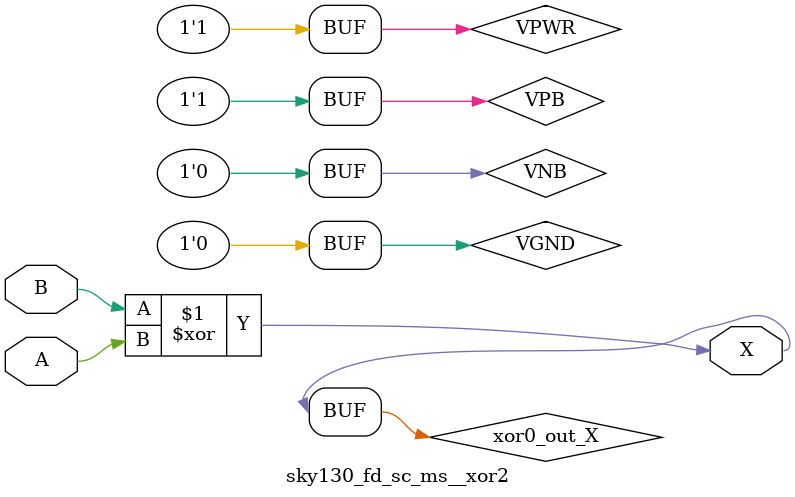
<source format=v>
/*
 * Copyright 2020 The SkyWater PDK Authors
 *
 * Licensed under the Apache License, Version 2.0 (the "License");
 * you may not use this file except in compliance with the License.
 * You may obtain a copy of the License at
 *
 *     https://www.apache.org/licenses/LICENSE-2.0
 *
 * Unless required by applicable law or agreed to in writing, software
 * distributed under the License is distributed on an "AS IS" BASIS,
 * WITHOUT WARRANTIES OR CONDITIONS OF ANY KIND, either express or implied.
 * See the License for the specific language governing permissions and
 * limitations under the License.
 *
 * SPDX-License-Identifier: Apache-2.0
*/


`ifndef SKY130_FD_SC_MS__XOR2_BEHAVIORAL_V
`define SKY130_FD_SC_MS__XOR2_BEHAVIORAL_V

/**
 * xor2: 2-input exclusive OR.
 *
 *       X = A ^ B
 *
 * Verilog simulation functional model.
 */

`timescale 1ns / 1ps
`default_nettype none

`celldefine
module sky130_fd_sc_ms__xor2 (
    X,
    A,
    B
);

    // Module ports
    output X;
    input  A;
    input  B;

    // Module supplies
    supply1 VPWR;
    supply0 VGND;
    supply1 VPB ;
    supply0 VNB ;

    // Local signals
    wire xor0_out_X;

    //  Name  Output      Other arguments
    xor xor0 (xor0_out_X, B, A           );
    buf buf0 (X         , xor0_out_X     );

endmodule
`endcelldefine

`default_nettype wire
`endif  // SKY130_FD_SC_MS__XOR2_BEHAVIORAL_V
</source>
